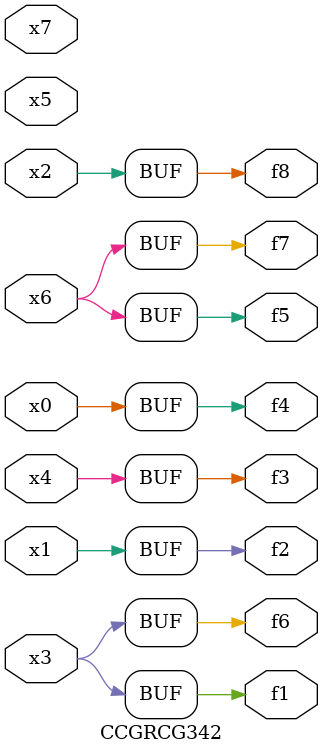
<source format=v>
module CCGRCG342(
	input x0, x1, x2, x3, x4, x5, x6, x7,
	output f1, f2, f3, f4, f5, f6, f7, f8
);
	assign f1 = x3;
	assign f2 = x1;
	assign f3 = x4;
	assign f4 = x0;
	assign f5 = x6;
	assign f6 = x3;
	assign f7 = x6;
	assign f8 = x2;
endmodule

</source>
